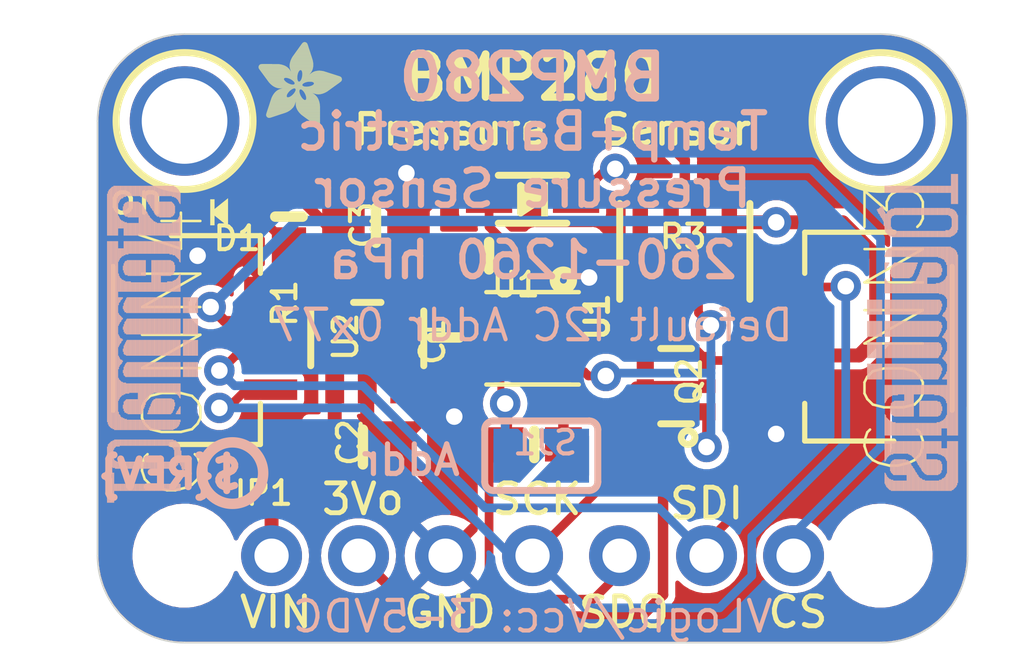
<source format=kicad_pcb>
(kicad_pcb (version 20221018) (generator pcbnew)
  (layers (0 "F.Cu" signal) (31 "B.Cu" signal) (34 "B.Paste" user) (35 "F.Paste" user) (36 "B.SilkS" user "B.Silkscreen") (37 "F.SilkS" user "F.Silkscreen") (38 "B.Mask" user) (39 "F.Mask" user) (44 "Edge.Cuts" user))
  (net 0 "")
  (net 1 "GND")
  (net 2 "3.3V")
  (net 3 "VCC")
  (net 4 "N$1")
  (net 5 "SDI_3V")
  (net 6 "SCK_3V")
  (net 7 "CS_3V")
  (net 8 "SDO/ADR")
  (net 9 "SDI/SDA")
  (net 10 "SCK/SCL")
  (net 11 "CS")
  (footprint "working:0805-NO" (layer "F.Cu") (at 143.9291 101.7016)
    (fp_text reference "C3" (at -0.381 -0.762 90) (layer "F.SilkS") (effects (font (size 0.692831 0.692831) (thickness 0.119969)) (justify right)))
    (fp_text value "10uF")
    (pad "1" smd rect (at -0.95 0) (size 1.24 1.5) (layers "F.Cu" "F.Paste" "F.Mask") (net 2 "3.3V"))
    (pad "2" smd rect (at 0.95 0) (size 1.24 1.5) (layers "F.Cu" "F.Paste" "F.Mask") (net 1 "GND"))
  )
  (footprint "working:0603-NO" (layer "F.Cu") (at 148.5519 108.1024)
    (fp_text reference "R4" hide)
    (fp_text value "10K")
    (pad "1" smd rect (at -0.85 0) (size 1.075 1) (layers "F.Cu" "F.Paste" "F.Mask") (net 8 "SDO/ADR"))
    (pad "2" smd rect (at 0.85 0) (size 1.075 1) (layers "F.Cu" "F.Paste" "F.Mask") (net 2 "3.3V"))
  )
  (footprint "working:0603-NO" (layer "F.Cu") (at 145.9611 104.9782 -90)
    (fp_text reference "C1" (at -0.635 0.381 90) (layer "F.SilkS") (effects (font (size 0.692831 0.692831) (thickness 0.119969)) (justify right)))
    (fp_text value "0.1uF")
    (pad "1" smd rect (at -0.85 0 270) (size 1.075 1) (layers "F.Cu" "F.Paste" "F.Mask") (net 2 "3.3V"))
    (pad "2" smd rect (at 0.85 0 270) (size 1.075 1) (layers "F.Cu" "F.Paste" "F.Mask") (net 1 "GND"))
  )
  (footprint "working:ADAFRUIT_2.5MM" (layer "F.Cu") (at 140.5001 98.7806)
    (fp_text reference "U$4" hide)
    (fp_text value "" hide)
  )
  (footprint "working:0805-NO" (layer "F.Cu") (at 143.5481 108.1786)
    (fp_text reference "C2" (at -0.381 -0.889 90) (layer "F.SilkS") (effects (font (size 0.692831 0.692831) (thickness 0.119969)) (justify right)))
    (fp_text value "10uF")
    (pad "1" smd rect (at -0.95 0) (size 1.24 1.5) (layers "F.Cu" "F.Paste" "F.Mask") (net 3 "VCC"))
    (pad "2" smd rect (at 0.95 0) (size 1.24 1.5) (layers "F.Cu" "F.Paste" "F.Mask") (net 1 "GND"))
  )
  (footprint "working:BMX280_COMBO" (layer "F.Cu") (at 148.5011 105.0036)
    (fp_text reference "U1" (at -1.26 -1.568) (layer "F.SilkS") (effects (font (size 0.692831 0.692831) (thickness 0.119969)) (justify left)))
    (fp_text value "")
    (fp_text user "${REFERENCE}" (at 1.498 -1.39 90) (layer "F.SilkS") (effects (font (size 0.666496 0.666496) (thickness 0.146304)) (justify right top)))
    (pad "1" smd rect (at 0.925 -0.975) (size 0.725 0.35) (layers "F.Cu" "F.Paste" "F.Mask") (net 1 "GND"))
    (pad "2" smd rect (at 0.925 -0.325) (size 0.725 0.35) (layers "F.Cu" "F.Paste" "F.Mask") (net 7 "CS_3V"))
    (pad "3" smd rect (at 0.925 0.325) (size 0.725 0.35) (layers "F.Cu" "F.Paste" "F.Mask") (net 5 "SDI_3V"))
    (pad "4" smd rect (at 0.925 0.975) (size 0.725 0.35) (layers "F.Cu" "F.Paste" "F.Mask") (net 6 "SCK_3V"))
    (pad "5" smd rect (at -0.925 0.975) (size 0.725 0.35) (layers "F.Cu" "F.Paste" "F.Mask") (net 8 "SDO/ADR"))
    (pad "6" smd rect (at -0.925 0.325) (size 0.725 0.35) (layers "F.Cu" "F.Paste" "F.Mask") (net 2 "3.3V"))
    (pad "7" smd rect (at -0.925 -0.325) (size 0.725 0.35) (layers "F.Cu" "F.Paste" "F.Mask") (net 1 "GND"))
    (pad "8" smd rect (at -0.925 -0.975) (size 0.725 0.35) (layers "F.Cu" "F.Paste" "F.Mask") (net 2 "3.3V"))
  )
  (footprint "working:MOUNTINGHOLE_2.5_PLATED" (layer "F.Cu") (at 138.3411 98.6536)
    (fp_text reference "U$1" hide)
    (fp_text value "MOUNTINGHOLE2.5" hide)
    (pad "P$1" thru_hole circle (at 0 0) (size 3.2 3.2) (drill 2.5) (layers "*.Cu" "*.Mask"))
    (zone (net 0) (net_name "") (layer "F.Cu") (connect_pads (clearance 0)) (min_thickness 0.25)
      (keepout (tracks not_allowed) (vias not_allowed) (pads not_allowed) (copperpour not_allowed) (footprints allowed))
      (fill (thermal_gap 0.5) (thermal_bridge_width 0.5))
      (polygon (pts (xy 140.3571 98.6536) (xy 140.33748 98.373027) (xy 140.279004 98.097915) (xy 140.182808 97.833619) (xy 140.050765 97.585283) (xy 139.885446 97.35774) (xy 139.690067 97.15542) (xy 139.468433 96.98226) (xy 139.224856 96.841631) (xy 138.964078 96.73627) (xy 138.691175 96.668228) (xy 138.411457 96.638828) (xy 138.130371 96.648644) (xy 137.853385 96.697484) (xy 137.585893 96.784397) (xy 137.3331 96.907693) (xy 137.099926 97.06497) (xy 136.890911 97.253169) (xy 136.710122 97.468625) (xy 136.561078 97.707145) (xy 136.44668 97.964087) (xy 136.369154 98.23445) (xy 136.330011 98.512971) (xy 136.330011 98.794229) (xy 136.369154 99.07275) (xy 136.44668 99.343113) (xy 136.561078 99.600055) (xy 136.710122 99.838575) (xy 136.890911 100.054031) (xy 137.099926 100.24223) (xy 137.3331 100.399507) (xy 137.585893 100.522803) (xy 137.853385 100.609716) (xy 138.130371 100.658556) (xy 138.411457 100.668372) (xy 138.691175 100.638972) (xy 138.964078 100.57093) (xy 139.224856 100.465569) (xy 139.468433 100.32494) (xy 139.690067 100.15178) (xy 139.885446 99.94946) (xy 140.050765 99.721917) (xy 140.182808 99.473581) (xy 140.279004 99.209285) (xy 140.33748 98.934173)))
      (polygon (pts (xy 138.3251 98.6536) (xy 138.329786 98.664914) (xy 138.3411 98.6696) (xy 138.352414 98.664914) (xy 138.3571 98.6536) (xy 138.352414 98.642286) (xy 138.3411 98.6376) (xy 138.329786 98.642286)))
    )
    (zone (net 0) (net_name "") (layer "B.Cu") (connect_pads (clearance 0)) (min_thickness 0.25)
      (keepout (tracks not_allowed) (vias not_allowed) (pads not_allowed) (copperpour not_allowed) (footprints allowed))
      (fill (thermal_gap 0.5) (thermal_bridge_width 0.5))
      (polygon (pts (xy 140.3571 98.6536) (xy 140.33748 98.373027) (xy 140.279004 98.097915) (xy 140.182808 97.833619) (xy 140.050765 97.585283) (xy 139.885446 97.35774) (xy 139.690067 97.15542) (xy 139.468433 96.98226) (xy 139.224856 96.841631) (xy 138.964078 96.73627) (xy 138.691175 96.668228) (xy 138.411457 96.638828) (xy 138.130371 96.648644) (xy 137.853385 96.697484) (xy 137.585893 96.784397) (xy 137.3331 96.907693) (xy 137.099926 97.06497) (xy 136.890911 97.253169) (xy 136.710122 97.468625) (xy 136.561078 97.707145) (xy 136.44668 97.964087) (xy 136.369154 98.23445) (xy 136.330011 98.512971) (xy 136.330011 98.794229) (xy 136.369154 99.07275) (xy 136.44668 99.343113) (xy 136.561078 99.600055) (xy 136.710122 99.838575) (xy 136.890911 100.054031) (xy 137.099926 100.24223) (xy 137.3331 100.399507) (xy 137.585893 100.522803) (xy 137.853385 100.609716) (xy 138.130371 100.658556) (xy 138.411457 100.668372) (xy 138.691175 100.638972) (xy 138.964078 100.57093) (xy 139.224856 100.465569) (xy 139.468433 100.32494) (xy 139.690067 100.15178) (xy 139.885446 99.94946) (xy 140.050765 99.721917) (xy 140.182808 99.473581) (xy 140.279004 99.209285) (xy 140.33748 98.934173)))
      (polygon (pts (xy 138.3251 98.6536) (xy 138.329786 98.664914) (xy 138.3411 98.6696) (xy 138.352414 98.664914) (xy 138.3571 98.6536) (xy 138.352414 98.642286) (xy 138.3411 98.6376) (xy 138.329786 98.642286)))
    )
  )
  (footprint "working:FIDUCIAL_1MM" (layer "F.Cu") (at 136.8171 109.5121)
    (fp_text reference "FID3" hide)
    (fp_text value "FIDUCIAL_1MM" hide)
    (pad "1" smd roundrect (at 0 0) (size 1 1) (layers "F.Cu" "F.Mask") (roundrect_rratio 0.5))
  )
  (footprint "working:SOD-323" (layer "F.Cu") (at 148.5011 100.9396 180)
    (fp_text reference "D2" hide)
    (fp_text value "1N4148")
    (pad "A" smd rect (at 1.27 0 180) (size 1.35 0.8) (layers "F.Cu" "F.Paste" "F.Mask") (net 7 "CS_3V"))
    (pad "C" smd rect (at -1.27 0 180) (size 1.35 0.8) (layers "F.Cu" "F.Paste" "F.Mask") (net 11 "CS"))
  )
  (footprint "working:CHIPLED_0603_NOOUTLINE" (layer "F.Cu") (at 139.3571 101.3206 90)
    (fp_text reference "D1" (at -0.762 1.27) (layer "F.SilkS") (effects (font (size 0.692831 0.692831) (thickness 0.119969)) (justify right)))
    (fp_text value "GREEN")
    (pad "A" smd rect (at 0 0.75 90) (size 0.8 0.8) (layers "F.Cu" "F.Paste" "F.Mask") (net 4 "N$1"))
    (pad "C" smd rect (at 0 -0.75 90) (size 0.8 0.8) (layers "F.Cu" "F.Paste" "F.Mask") (net 1 "GND"))
  )
  (footprint "working:JST_SH4" (layer "F.Cu") (at 158.6611 105.0036 90)
    (fp_text reference "CONN3" (at -4.092 0.45 90) (layer "F.SilkS") (effects (font (size 1.703222 1.703222) (thickness 0.074778)) (justify left)))
    (fp_text value "STEMMA_I2C_QT" hide)
    (pad "1" smd rect (at -1.5 -2.514 180) (size 1.55 0.6) (layers "F.Cu" "F.Paste" "F.Mask") (net 1 "GND"))
    (pad "2" smd rect (at -0.5 -2.514 180) (size 1.55 0.6) (layers "F.Cu" "F.Paste" "F.Mask") (net 3 "VCC"))
    (pad "3" smd rect (at 0.5 -2.514 180) (size 1.55 0.6) (layers "F.Cu" "F.Paste" "F.Mask") (net 9 "SDI/SDA"))
    (pad "4" smd rect (at 1.5 -2.514 180) (size 1.55 0.6) (layers "F.Cu" "F.Paste" "F.Mask") (net 10 "SCK/SCL"))
    (pad "MT1" smd rect (at -2.8 1.386 180) (size 1.8 1.2) (layers "F.Cu" "F.Paste" "F.Mask"))
    (pad "MT2" smd rect (at 2.8 1.386 180) (size 1.8 1.2) (layers "F.Cu" "F.Paste" "F.Mask"))
  )
  (footprint "working:FIDUCIAL_1MM" (layer "F.Cu") (at 155.4861 97.5995)
    (fp_text reference "FID4" hide)
    (fp_text value "FIDUCIAL_1MM" hide)
    (pad "1" smd roundrect (at 0 0) (size 1 1) (layers "F.Cu" "F.Mask") (roundrect_rratio 0.5))
  )
  (footprint "" (layer "F.Cu") (at 158.6611 111.3536)
    (fp_text reference "@HOLE1" hide)
    (fp_text value "" (at 0 0) (layer "F.SilkS") (effects (font (size 1.27 1.27))))
    (pad "" np_thru_hole circle (at 0 0) (size 2.54 2.54) (drill 2.54) (layers "*.Cu" "*.Mask"))
  )
  (footprint "working:JST_SH4" (layer "F.Cu") (at 138.3411 105.0036 -90)
    (fp_text reference "CONN4" (at -3.965 0.323 90) (layer "F.SilkS") (effects (font (size 1.703222 1.703222) (thickness 0.074778)) (justify right)))
    (fp_text value "STEMMA_I2C_QT" hide)
    (pad "1" smd rect (at -1.5 -2.514) (size 1.55 0.6) (layers "F.Cu" "F.Paste" "F.Mask") (net 1 "GND"))
    (pad "2" smd rect (at -0.5 -2.514) (size 1.55 0.6) (layers "F.Cu" "F.Paste" "F.Mask") (net 3 "VCC"))
    (pad "3" smd rect (at 0.5 -2.514) (size 1.55 0.6) (layers "F.Cu" "F.Paste" "F.Mask") (net 9 "SDI/SDA"))
    (pad "4" smd rect (at 1.5 -2.514) (size 1.55 0.6) (layers "F.Cu" "F.Paste" "F.Mask") (net 10 "SCK/SCL"))
    (pad "MT1" smd rect (at -2.8 1.386) (size 1.8 1.2) (layers "F.Cu" "F.Paste" "F.Mask"))
    (pad "MT2" smd rect (at 2.8 1.386) (size 1.8 1.2) (layers "F.Cu" "F.Paste" "F.Mask"))
  )
  (footprint "working:1X07_ROUND_70" (layer "F.Cu") (at 148.5011 111.3536)
    (fp_text reference "JP1" (at -8.9662 -1.8288) (layer "F.SilkS") (effects (font (size 0.692831 0.692831) (thickness 0.119969)) (justify left)))
    (fp_text value "")
    (pad "1" thru_hole circle (at -7.62 0 90) (size 1.778 1.778) (drill 1) (layers "*.Cu" "*.Mask") (net 3 "VCC"))
    (pad "2" thru_hole circle (at -5.08 0 90) (size 1.778 1.778) (drill 1) (layers "*.Cu" "*.Mask") (net 2 "3.3V"))
    (pad "3" thru_hole circle (at -2.54 0 90) (size 1.778 1.778) (drill 1) (layers "*.Cu" "*.Mask") (net 1 "GND"))
    (pad "4" thru_hole circle (at 0 0 90) (size 1.778 1.778) (drill 1) (layers "*.Cu" "*.Mask") (net 10 "SCK/SCL"))
    (pad "5" thru_hole circle (at 2.54 0 90) (size 1.778 1.778) (drill 1) (layers "*.Cu" "*.Mask") (net 8 "SDO/ADR"))
    (pad "6" thru_hole circle (at 5.08 0 90) (size 1.778 1.778) (drill 1) (layers "*.Cu" "*.Mask") (net 9 "SDI/SDA"))
    (pad "7" thru_hole circle (at 7.62 0 90) (size 1.778 1.778) (drill 1) (layers "*.Cu" "*.Mask") (net 11 "CS"))
  )
  (footprint "working:0603-NO" (layer "F.Cu") (at 147.2311 102.5906 180)
    (fp_text reference "R5" hide)
    (fp_text value "10K")
    (pad "1" smd rect (at -0.85 0 180) (size 1.075 1) (layers "F.Cu" "F.Paste" "F.Mask") (net 7 "CS_3V"))
    (pad "2" smd rect (at 0.85 0 180) (size 1.075 1) (layers "F.Cu" "F.Paste" "F.Mask") (net 2 "3.3V"))
  )
  (footprint "" (layer "F.Cu") (at 138.3411 111.3536)
    (fp_text reference "@HOLE0" hide)
    (fp_text value "" (at 0 0) (layer "F.SilkS") (effects (font (size 1.27 1.27))))
    (pad "" np_thru_hole circle (at 0 0) (size 2.54 2.54) (drill 2.54) (layers "*.Cu" "*.Mask"))
  )
  (footprint "working:SOT363" (layer "F.Cu") (at 152.6921 106.4006 90)
    (fp_text reference "Q2" (at -0.635 0.381 90) (layer "F.SilkS") (effects (font (size 0.692831 0.692831) (thickness 0.119969)) (justify left)))
    (fp_text value "BSS138")
    (pad "1" smd rect (at -0.75 0.9 90) (size 0.5 0.5) (layers "F.Cu" "F.Paste" "F.Mask") (net 6 "SCK_3V"))
    (pad "2" smd rect (at 0 0.9 90) (size 0.4 0.5) (layers "F.Cu" "F.Paste" "F.Mask") (net 2 "3.3V"))
    (pad "3" smd rect (at 0.75 0.9 90) (size 0.5 0.5) (layers "F.Cu" "F.Paste" "F.Mask") (net 9 "SDI/SDA"))
    (pad "4" smd rect (at 0.75 -0.9 90) (size 0.5 0.5) (layers "F.Cu" "F.Paste" "F.Mask") (net 5 "SDI_3V"))
    (pad "5" smd rect (at 0 -0.9 90) (size 0.4 0.5) (layers "F.Cu" "F.Paste" "F.Mask") (net 2 "3.3V"))
    (pad "6" smd rect (at -0.75 -0.9 90) (size 0.5 0.5) (layers "F.Cu" "F.Paste" "F.Mask") (net 10 "SCK/SCL"))
  )
  (footprint "working:RESPACK_4X0603" (layer "F.Cu") (at 152.9461 102.4636 180)
    (fp_text reference "R3" (at -0.711 0.432) (layer "F.SilkS") (effects (font (size 0.692831 0.692831) (thickness 0.119969)) (justify right)))
    (fp_text value "10K")
    (pad "1" smd rect (at -1.3 0.85 180) (size 0.45 0.9) (layers "F.Cu" "F.Paste" "F.Mask") (net 3 "VCC"))
    (pad "2" smd rect (at -0.4 0.85 180) (size 0.45 0.9) (layers "F.Cu" "F.Paste" "F.Mask") (net 2 "3.3V"))
    (pad "3" smd rect (at 0.4 0.85 180) (size 0.45 0.9) (layers "F.Cu" "F.Paste" "F.Mask") (net 3 "VCC"))
    (pad "4" smd rect (at 1.3 0.85 180) (size 0.45 0.9) (layers "F.Cu" "F.Paste" "F.Mask") (net 2 "3.3V"))
    (pad "5" smd rect (at 1.3 -0.85 180) (size 0.45 0.9) (layers "F.Cu" "F.Paste" "F.Mask") (net 5 "SDI_3V"))
    (pad "6" smd rect (at 0.4 -0.85 180) (size 0.45 0.9) (layers "F.Cu" "F.Paste" "F.Mask") (net 9 "SDI/SDA"))
    (pad "7" smd rect (at -0.4 -0.85 180) (size 0.45 0.9) (layers "F.Cu" "F.Paste" "F.Mask") (net 6 "SCK_3V"))
    (pad "8" smd rect (at -1.3 -0.85 180) (size 0.45 0.9) (layers "F.Cu" "F.Paste" "F.Mask") (net 10 "SCK/SCL"))
  )
  (footprint "working:0603-NO" (layer "F.Cu") (at 141.3891 101.4476 -90)
    (fp_text reference "R1" (at 1.778 0.127 90) (layer "F.SilkS") (effects (font (size 0.692831 0.692831) (thickness 0.119969)) (justify right)))
    (fp_text value "10K")
    (pad "1" smd rect (at -0.85 0 270) (size 1.075 1) (layers "F.Cu" "F.Paste" "F.Mask") (net 2 "3.3V"))
    (pad "2" smd rect (at 0.85 0 270) (size 1.075 1) (layers "F.Cu" "F.Paste" "F.Mask") (net 4 "N$1"))
  )
  (footprint "working:SOT23-5" (layer "F.Cu") (at 143.6751 105.0036)
    (fp_text reference "U2" (at -0.635 -0.816 90) (layer "F.SilkS") (effects (font (size 0.692831 0.692831) (thickness 0.119969)) (justify right)))
    (fp_text value "AP2112K-3.3")
    (pad "1" smd rect (at -0.95 1.3001) (size 0.55 1.2) (layers "F.Cu" "F.Paste" "F.Mask") (net 3 "VCC"))
    (pad "2" smd rect (at 0 1.3001) (size 0.55 1.2) (layers "F.Cu" "F.Paste" "F.Mask") (net 1 "GND"))
    (pad "3" smd rect (at 0.95 1.3001) (size 0.55 1.2) (layers "F.Cu" "F.Paste" "F.Mask") (net 3 "VCC"))
    (pad "4" smd rect (at 0.95 -1.3001) (size 0.55 1.2) (layers "F.Cu" "F.Paste" "F.Mask"))
    (pad "5" smd rect (at -0.95 -1.3001) (size 0.55 1.2) (layers "F.Cu" "F.Paste" "F.Mask") (net 2 "3.3V"))
  )
  (footprint "working:MOUNTINGHOLE_2.5_PLATED" (layer "F.Cu") (at 158.6611 98.6536)
    (fp_text reference "U$17" hide)
    (fp_text value "MOUNTINGHOLE2.5" hide)
    (pad "P$1" thru_hole circle (at 0 0) (size 3.2 3.2) (drill 2.5) (layers "*.Cu" "*.Mask"))
    (zone (net 0) (net_name "") (layer "F.Cu") (connect_pads (clearance 0)) (min_thickness 0.25)
      (keepout (tracks not_allowed) (vias not_allowed) (pads not_allowed) (copperpour not_allowed) (footprints allowed))
      (fill (thermal_gap 0.5) (thermal_bridge_width 0.5))
      (polygon (pts (xy 160.6771 98.6536) (xy 160.65748 98.373027) (xy 160.599004 98.097915) (xy 160.502808 97.833619) (xy 160.370765 97.585283) (xy 160.205446 97.35774) (xy 160.010067 97.15542) (xy 159.788433 96.98226) (xy 159.544856 96.841631) (xy 159.284078 96.73627) (xy 159.011175 96.668228) (xy 158.731457 96.638828) (xy 158.450371 96.648644) (xy 158.173385 96.697484) (xy 157.905893 96.784397) (xy 157.6531 96.907693) (xy 157.419926 97.06497) (xy 157.210911 97.253169) (xy 157.030122 97.468625) (xy 156.881078 97.707145) (xy 156.76668 97.964087) (xy 156.689154 98.23445) (xy 156.650011 98.512971) (xy 156.650011 98.794229) (xy 156.689154 99.07275) (xy 156.76668 99.343113) (xy 156.881078 99.600055) (xy 157.030122 99.838575) (xy 157.210911 100.054031) (xy 157.419926 100.24223) (xy 157.6531 100.399507) (xy 157.905893 100.522803) (xy 158.173385 100.609716) (xy 158.450371 100.658556) (xy 158.731457 100.668372) (xy 159.011175 100.638972) (xy 159.284078 100.57093) (xy 159.544856 100.465569) (xy 159.788433 100.32494) (xy 160.010067 100.15178) (xy 160.205446 99.94946) (xy 160.370765 99.721917) (xy 160.502808 99.473581) (xy 160.599004 99.209285) (xy 160.65748 98.934173)))
      (polygon (pts (xy 158.6451 98.6536) (xy 158.649786 98.664914) (xy 158.6611 98.6696) (xy 158.672414 98.664914) (xy 158.6771 98.6536) (xy 158.672414 98.642286) (xy 158.6611 98.6376) (xy 158.649786 98.642286)))
    )
    (zone (net 0) (net_name "") (layer "B.Cu") (connect_pads (clearance 0)) (min_thickness 0.25)
      (keepout (tracks not_allowed) (vias not_allowed) (pads not_allowed) (copperpour not_allowed) (footprints allowed))
      (fill (thermal_gap 0.5) (thermal_bridge_width 0.5))
      (polygon (pts (xy 160.6771 98.6536) (xy 160.65748 98.373027) (xy 160.599004 98.097915) (xy 160.502808 97.833619) (xy 160.370765 97.585283) (xy 160.205446 97.35774) (xy 160.010067 97.15542) (xy 159.788433 96.98226) (xy 159.544856 96.841631) (xy 159.284078 96.73627) (xy 159.011175 96.668228) (xy 158.731457 96.638828) (xy 158.450371 96.648644) (xy 158.173385 96.697484) (xy 157.905893 96.784397) (xy 157.6531 96.907693) (xy 157.419926 97.06497) (xy 157.210911 97.253169) (xy 157.030122 97.468625) (xy 156.881078 97.707145) (xy 156.76668 97.964087) (xy 156.689154 98.23445) (xy 156.650011 98.512971) (xy 156.650011 98.794229) (xy 156.689154 99.07275) (xy 156.76668 99.343113) (xy 156.881078 99.600055) (xy 157.030122 99.838575) (xy 157.210911 100.054031) (xy 157.419926 100.24223) (xy 157.6531 100.399507) (xy 157.905893 100.522803) (xy 158.173385 100.609716) (xy 158.450371 100.658556) (xy 158.731457 100.668372) (xy 159.011175 100.638972) (xy 159.284078 100.57093) (xy 159.544856 100.465569) (xy 159.788433 100.32494) (xy 160.010067 100.15178) (xy 160.205446 99.94946) (xy 160.370765 99.721917) (xy 160.502808 99.473581) (xy 160.599004 99.209285) (xy 160.65748 98.934173)))
      (polygon (pts (xy 158.6451 98.6536) (xy 158.649786 98.664914) (xy 158.6611 98.6696) (xy 158.672414 98.664914) (xy 158.6771 98.6536) (xy 158.672414 98.642286) (xy 158.6611 98.6376) (xy 158.649786 98.642286)))
    )
  )
  (footprint "working:PCBFEAT-REV-040" (layer "B.Cu") (at 139.7381 108.9406 180)
    (fp_text reference "U$25" hide)
    (fp_text value "" hide)
    (fp_text user "${REV}" (at -0.3556 -0.508) (layer "B.SilkS") (effects (font (size 0.8128 0.8128) (thickness 0.2032)) (justify left bottom mirror)))
  )
  (footprint "working:SOLDERJUMPER_ARROW_NOPASTE" (layer "B.Cu") (at 148.7551 108.4326)
    (fp_text reference "SJ1" (at -0.889 -0.381) (layer "B.SilkS") (effects (font (size 0.692831 0.692831) (thickness 0.119969)) (justify right mirror)))
    (fp_text value "")
    (fp_poly (pts (xy 0.106121 -0.002663) (xy -0.679416 -0.7882) (xy -1.3946 -0.7882) (xy -1.3946 0.7882) (xy -0.62715 0.7882)) (fill solid) (layer "B.Cu"))
    (fp_poly (pts (xy 1.3946 -0.7882) (xy -0.315893 -0.7882) (xy 0.443148 0) (xy -0.315893 0.7882) (xy 1.3946 0.7882)) (fill solid) (layer "B.Cu"))
    (pad "1" smd roundrect (at -1.016 0) (size 0.762 1.524) (layers "B.Cu") (net 8 "SDO/ADR"))
    (pad "2" smd roundrect (at 1.016 0) (size 0.762 1.524) (layers "B.Cu") (net 1 "GND"))
  )
  (footprint "working:STEMMAQT" (layer "B.Cu") (at 158.2801 109.4486 90)
    (fp_text reference "U$30" hide)
    (fp_text value "" hide)
  )
  (footprint "working:STEMMAQT" (layer "B.Cu") (at 138.7221 100.5586 -90)
    (fp_text reference "U$31" hide)
    (fp_text value "" hide)
  )
  (gr_arc (start 158.6611 96.1136) (mid 160.457151 96.857549) (end 161.2011 98.6536) (stroke (width 0.05)) (layer "Edge.Cuts"))
  (gr_line (start 135.8011 98.6536) (end 135.8011 111.3536) (stroke (width 0.05)) (layer "Edge.Cuts"))
  (gr_arc (start 138.3411 113.8936) (mid 136.545049 113.149651) (end 135.8011 111.3536) (stroke (width 0.05)) (layer "Edge.Cuts"))
  (gr_line (start 158.6611 96.1136) (end 138.3411 96.1136) (stroke (width 0.05)) (layer "Edge.Cuts"))
  (gr_line (start 138.3411 113.8936) (end 158.6611 113.8936) (stroke (width 0.05)) (layer "Edge.Cuts"))
  (gr_arc (start 135.8011 98.6536) (mid 136.545049 96.857549) (end 138.3411 96.1136) (stroke (width 0.05)) (layer "Edge.Cuts"))
  (gr_arc (start 161.2011 111.3536) (mid 160.457151 113.149651) (end 158.6611 113.8936) (stroke (width 0.05)) (layer "Edge.Cuts"))
  (gr_line (start 161.2011 111.3536) (end 161.2011 98.6536) (stroke (width 0.05)) (layer "Edge.Cuts"))
  (gr_text "Addr" (at 144.9451 108.5596) (layer "B.SilkS") (effects (font (size 0.8636 0.8636) (thickness 0.1524)) (justify mirror)))
  (gr_text "BMP280" (at 148.5011 97.3836) (layer "B.SilkS") (effects (font (size 1.2954 1.2954) (thickness 0.2286)) (justify mirror)))
  (gr_text "260-1260 hPa" (at 148.5011 102.7176) (layer "B.SilkS") (effects (font (size 1.03632 1.03632) (thickness 0.18288)) (justify mirror)))
  (gr_text "Temp+Barometric\nPressure Sensor" (at 148.5011 99.7966) (layer "B.SilkS") (effects (font (size 1.03632 1.03632) (thickness 0.18288)) (justify mirror)))
  (gr_text "Default I2C Addr 0x77" (at 148.5011 104.6226) (layer "B.SilkS") (effects (font (size 0.89408 0.89408) (thickness 0.12192)) (justify mirror)))
  (gr_text "VLogic/Vcc: 3-5VDC" (at 148.5011 113.1316) (layer "B.SilkS") (effects (font (size 0.89408 0.89408) (thickness 0.12192)) (justify mirror)))
  (gr_text "BMP280" (at 148.5011 97.3836) (layer "F.SilkS") (effects (font (size 1.25222 1.25222) (thickness 0.22098))))
  (gr_text "on" (at 136.0551 101.4476) (layer "F.SilkS") (effects (font (size 0.89408 0.89408) (thickness 0.12192)) (justify left bottom)))
  (gr_text "SCK" (at 148.6281 109.7026) (layer "F.SilkS") (effects (font (size 0.87376 0.87376) (thickness 0.14224))))
  (gr_text "3Vo" (at 143.5481 109.7026) (layer "F.SilkS") (effects (font (size 0.87376 0.87376) (thickness 0.14224))))
  (gr_text "Sensor" (at 152.6921 98.9076) (layer "F.SilkS") (effects (font (size 0.8636 0.8636) (thickness 0.1524))))
  (gr_text "CS" (at 156.2481 113.0046) (layer "F.SilkS") (effects (font (size 0.87376 0.87376) (thickness 0.14224))))
  (gr_text "GND" (at 146.0881 113.0046) (layer "F.SilkS") (effects (font (size 0.87376 0.87376) (thickness 0.14224))))
  (gr_text "Pressure" (at 146.0881 98.9076) (layer "F.SilkS") (effects (font (size 0.8636 0.8636) (thickness 0.1524))))
  (gr_text "SDI" (at 153.5811 109.8296) (layer "F.SilkS") (effects (font (size 0.87376 0.87376) (thickness 0.14224))))
  (gr_text "SDO" (at 151.1681 113.0046) (layer "F.SilkS") (effects (font (size 0.87376 0.87376) (thickness 0.14224))))
  (gr_text "VIN" (at 141.0081 113.0046) (layer "F.SilkS") (effects (font (size 0.87376 0.87376) (thickness 0.14224))))
  (segment (start 143.6751 107.3556) (end 144.4981 108.1786) (width 0.4064) (layer "F.Cu") (net 1))
  (segment (start 143.6751 106.3037) (end 143.6751 107.3556) (width 0.4064) (layer "F.Cu") (net 1))
  (via (at 150.1521 103.2256) (size 0.889) (drill 0.4826) (layers "F.Cu" "B.Cu") (net 1))
  (via (at 146.2151 107.2896) (size 0.889) (drill 0.4826) (layers "F.Cu" "B.Cu") (net 1))
  (via (at 138.7221 102.5906) (size 0.889) (drill 0.4826) (layers "F.Cu" "B.Cu") (net 1))
  (via (at 155.6131 107.7976) (size 0.889) (drill 0.4826) (layers "F.Cu" "B.Cu") (net 1))
  (via (at 144.8181 100.1776) (size 0.889) (drill 0.4826) (layers "F.Cu" "B.Cu") (net 1))
  (segment (start 153.3461 101.0856) (end 152.9461 100.6856) (width 0.3048) (layer "F.Cu") (net 2))
  (segment (start 151.7747 106.418) (end 151.521806 106.418) (width 0.3048) (layer "F.Cu") (net 2))
  (segment (start 151.6461 100.9696) (end 151.6461 101.6136) (width 0.3048) (layer "F.Cu") (net 2))
  (segment (start 145.1991 113.1316) (end 151.6761 113.1316) (width 0.3048) (layer "F.Cu") (net 2))
  (segment (start 147.0481 105.3286) (end 147.5761 105.3286) (width 0.3048) (layer "F.Cu") (net 2))
  (segment (start 146.7231 105.0036) (end 147.0481 105.3286) (width 0.3048) (layer "F.Cu") (net 2))
  (segment (start 146.7231 105.0036) (end 146.7231 104.3686) (width 0.3048) (layer "F.Cu") (net 2))
  (segment (start 151.6761 113.1316) (end 152.3111 112.4966) (width 0.3048) (layer "F.Cu") (net 2))
  (segment (start 149.4527 107.1626) (end 150.777206 107.1626) (width 0.3048) (layer "F.Cu") (net 2))
  (segment (start 141.3891 99.9236) (end 142.9131 98.3996) (width 0.3048) (layer "F.Cu") (net 2))
  (segment (start 151.9301 100.6856) (end 151.6461 100.9696) (width 0.3048) (layer "F.Cu") (net 2))
  (segment (start 146.4827 104.1282) (end 145.9611 104.1282) (width 0.3048) (layer "F.Cu") (net 2))
  (segment (start 141.3891 100.5976) (end 141.3891 99.9236) (width 0.3048) (layer "F.Cu") (net 2))
  (segment (start 143.6807 104.6591) (end 145.1762 104.6591) (width 0.3048) (layer "F.Cu") (net 2))
  (segment (start 153.3461 101.6136) (end 153.3461 101.0856) (width 0.3048) (layer "F.Cu") (net 2))
  (segment (start 152.9461 100.6856) (end 151.9301 100.6856) (width 0.3048) (layer "F.Cu") (net 2))
  (segment (start 149.4019 107.2134) (end 148.5011 106.3126) (width 0.3048) (layer "F.Cu") (net 2))
  (segment (start 142.7251 101.9556) (end 142.9791 101.7016) (width 0.4064) (layer "F.Cu") (net 2))
  (segment (start 148.1911 105.3286) (end 147.5761 105.3286) (width 0.3048) (layer "F.Cu") (net 2))
  (segment (start 149.4019 108.1024) (end 149.4019 107.2134) (width 0.3048) (layer "F.Cu") (net 2))
  (segment (start 152.3111 109.0676) (end 152.5651 108.8136) (width 0.3048) (layer "F.Cu") (net 2))
  (segment (start 151.7921 106.4006) (end 151.7747 106.418) (width 0.3048) (layer "F.Cu") (net 2))
  (segment (start 142.4931 101.7016) (end 142.9791 101.7016) (width 0.3048) (layer "F.Cu") (net 2))
  (segment (start 152.5651 108.8136) (end 152.5651 106.4006) (width 0.3048) (layer "F.Cu") (net 2))
  (segment (start 148.5011 105.6386) (end 148.1911 105.3286) (width 0.3048) (layer "F.Cu") (net 2))
  (segment (start 141.3891 100.5976) (end 142.4931 101.7016) (width 0.3048) (layer "F.Cu") (net 2))
  (segment (start 147.5761 104.0286) (end 146.0607 104.0286) (width 0.3048) (layer "F.Cu") (net 2))
  (segment (start 151.7921 106.4006) (end 152.5651 106.4006) (width 0.3048) (layer "F.Cu") (net 2))
  (segment (start 152.3111 112.4966) (end 152.3111 109.0676) (width 0.3048) (layer "F.Cu") (net 2))
  (segment (start 143.4211 111.3536) (end 145.1991 113.1316) (width 0.3048) (layer "F.Cu") (net 2))
  (segment (start 146.0607 104.0286) (end 145.9611 104.1282) (width 0.3048) (layer "F.Cu") (net 2))
  (segment (start 149.4019 107.2134) (end 149.4527 107.1626) (width 0.3048) (layer "F.Cu") (net 2))
  (segment (start 148.5011 105.6386) (end 148.5011 106.3126) (width 0.3048) (layer "F.Cu") (net 2))
  (segment (start 142.9131 98.3996) (end 151.5491 98.3996) (width 0.3048) (layer "F.Cu") (net 2))
  (segment (start 145.7071 104.1282) (end 145.9611 104.1282) (width 0.3048) (layer "F.Cu") (net 2))
  (segment (start 152.5651 106.4006) (end 153.5921 106.4006) (width 0.3048) (layer "F.Cu") (net 2))
  (segment (start 145.9611 104.1282) (end 145.9611 103.3526) (width 0.4064) (layer "F.Cu") (net 2))
  (segment (start 142.7251 103.7035) (end 142.7251 101.9556) (width 0.4064) (layer "F.Cu") (net 2))
  (segment (start 146.3811 102.9326) (end 146.3811 102.5906) (width 0.4064) (layer "F.Cu") (net 2))
  (segment (start 145.7071 104.1282) (end 145.1762 104.6591) (width 0.3048) (layer "F.Cu") (net 2))
  (segment (start 151.5491 98.3996) (end 152.9461 99.7966) (width 0.3048) (layer "F.Cu") (net 2))
  (segment (start 151.521806 106.418) (end 150.777206 107.1626) (width 0.3048) (layer "F.Cu") (net 2))
  (segment (start 145.9611 103.3526) (end 146.3811 102.9326) (width 0.4064) (layer "F.Cu") (net 2))
  (segment (start 152.9461 99.7966) (end 152.9461 100.6856) (width 0.3048) (layer "F.Cu") (net 2))
  (segment (start 142.7251 103.7035) (end 143.6807 104.6591) (width 0.3048) (layer "F.Cu") (net 2))
  (segment (start 146.7231 104.3686) (end 146.4827 104.1282) (width 0.3048) (layer "F.Cu") (net 2))
  (segment (start 139.5175 104.5036) (end 139.1031 104.0892) (width 0.3048) (layer "F.Cu") (net 3))
  (segment (start 152.8191 102.4636) (end 153.9621 102.4636) (width 0.3048) (layer "F.Cu") (net 3))
  (segment (start 152.5461 101.6136) (end 152.5461 102.1906) (width 0.3048) (layer "F.Cu") (net 3))
  (segment (start 157.5571 101.6136) (end 158.5341 102.5906) (width 0.4064) (layer "F.Cu") (net 3))
  (segment (start 142.7251 108.0516) (end 142.5981 108.1786) (width 0.4064) (layer "F.Cu") (net 3))
  (segment (start 144.4371 105.2576) (end 142.7861 105.2576) (width 0.4064) (layer "F.Cu") (net 3))
  (segment (start 141.9101 104.5036) (end 142.7251 105.3186) (width 0.4064) (layer "F.Cu") (net 3))
  (segment (start 154.2461 101.6136) (end 155.6131 101.6136) (width 0.4064) (layer "F.Cu") (net 3))
  (segment (start 158.5341 105.0036) (end 158.0341 105.5036) (width 0.4064) (layer "F.Cu") (net 3))
  (segment (start 154.2461 102.1796) (end 154.2461 101.6136) (width 0.3048) (layer "F.Cu") (net 3))
  (segment (start 144.6251 105.4456) (end 144.4371 105.2576) (width 0.4064) (layer "F.Cu") (net 3))
  (segment (start 158.0341 105.5036) (end 156.1471 105.5036) (width 0.4064) (layer "F.Cu") (net 3))
  (segment (start 158.5341 102.5906) (end 158.5341 105.0036) (width 0.4064) (layer "F.Cu") (net 3))
  (segment (start 140.8811 111.3536) (end 140.8811 109.8956) (width 0.4064) (layer "F.Cu") (net 3))
  (segment (start 142.7251 105.3186) (end 142.7251 106.3037) (width 0.4064) (layer "F.Cu") (net 3))
  (segment (start 140.8811 109.8956) (end 142.5981 108.1786) (width 0.4064) (layer "F.Cu") (net 3))
  (segment (start 140.8551 104.5036) (end 141.9101 104.5036) (width 0.4064) (layer "F.Cu") (net 3))
  (segment (start 142.7251 106.3037) (end 142.7251 108.0516) (width 0.4064) (layer "F.Cu") (net 3))
  (segment (start 140.8551 104.5036) (end 139.5175 104.5036) (width 0.3048) (layer "F.Cu") (net 3))
  (segment (start 152.5461 102.1906) (end 152.8191 102.4636) (width 0.3048) (layer "F.Cu") (net 3))
  (segment (start 142.7861 105.2576) (end 142.7251 105.3186) (width 0.4064) (layer "F.Cu") (net 3))
  (segment (start 155.6131 101.6136) (end 157.5571 101.6136) (width 0.4064) (layer "F.Cu") (net 3))
  (segment (start 153.9621 102.4636) (end 154.2461 102.1796) (width 0.3048) (layer "F.Cu") (net 3))
  (segment (start 144.6251 106.3037) (end 144.6251 105.4456) (width 0.4064) (layer "F.Cu") (net 3))
  (via (at 139.1031 104.0892) (size 0.889) (drill 0.4826) (layers "F.Cu" "B.Cu") (net 3))
  (via (at 155.6131 101.6136) (size 0.889) (drill 0.4826) (layers "F.Cu" "B.Cu") (net 3))
  (segment (start 141.6177 101.5746) (end 155.6131 101.5746) (width 0.3048) (layer "B.Cu") (net 3))
  (segment (start 139.1031 104.0892) (end 141.6177 101.5746) (width 0.3048) (layer "B.Cu") (net 3))
  (segment (start 155.6131 101.5746) (end 155.6131 101.6136) (width 0.3048) (layer "B.Cu") (net 3))
  (segment (start 140.4121 101.3206) (end 141.3891 102.2976) (width 0.254) (layer "F.Cu") (net 4))
  (segment (start 140.1071 101.3206) (end 140.4121 101.3206) (width 0.254) (layer "F.Cu") (net 4))
  (segment (start 151.6461 104.9776) (end 151.2951 105.3286) (width 0.254) (layer "F.Cu") (net 5))
  (segment (start 151.4701 105.3286) (end 151.7921 105.6506) (width 0.254) (layer "F.Cu") (net 5))
  (segment (start 151.6461 103.3136) (end 151.6461 104.9776) (width 0.254) (layer "F.Cu") (net 5))
  (segment (start 149.4261 105.3286) (end 151.2951 105.3286) (width 0.254) (layer "F.Cu") (net 5))
  (segment (start 151.2951 105.3286) (end 151.4701 105.3286) (width 0.254) (layer "F.Cu") (net 5))
  (segment (start 153.3461 104.2606) (end 153.7081 104.6226) (width 0.254) (layer "F.Cu") (net 6))
  (segment (start 153.5811 108.1786) (end 153.5811 107.1616) (width 0.254) (layer "F.Cu") (net 6))
  (segment (start 150.0077 105.9786) (end 150.1324 106.1033) (width 0.254) (layer "F.Cu") (net 6))
  (segment (start 153.3461 103.3136) (end 153.3461 104.2606) (width 0.254) (layer "F.Cu") (net 6))
  (segment (start 149.4261 105.9786) (end 150.0077 105.9786) (width 0.254) (layer "F.Cu") (net 6))
  (segment (start 153.5811 107.1616) (end 153.5921 107.1506) (width 0.254) (layer "F.Cu") (net 6))
  (segment (start 150.1324 106.1033) (end 150.6404 106.1033) (width 0.254) (layer "F.Cu") (net 6))
  (via (at 153.5811 108.1786) (size 0.889) (drill 0.4826) (layers "F.Cu" "B.Cu") (net 6))
  (via (at 150.6404 106.1033) (size 0.889) (drill 0.4826) (layers "F.Cu" "B.Cu") (net 6))
  (via (at 153.7081 104.6226) (size 0.889) (drill 0.4826) (layers "F.Cu" "B.Cu") (net 6))
  (segment (start 153.7081 104.6226) (end 153.7081 106.0196) (width 0.254) (layer "B.Cu") (net 6))
  (segment (start 153.7081 106.0196) (end 153.7081 108.0516) (width 0.254) (layer "B.Cu") (net 6))
  (segment (start 150.6404 106.1033) (end 150.7241 106.0196) (width 0.254) (layer "B.Cu") (net 6))
  (segment (start 150.7241 106.0196) (end 153.7081 106.0196) (width 0.254) (layer "B.Cu") (net 6))
  (segment (start 153.7081 108.0516) (end 153.5811 108.1786) (width 0.254) (layer "B.Cu") (net 6))
  (segment (start 151.0411 104.3686) (end 150.7311 104.6786) (width 0.254) (layer "F.Cu") (net 7))
  (segment (start 148.5891 102.0826) (end 148.0811 102.5906) (width 0.254) (layer "F.Cu") (net 7))
  (segment (start 148.0811 102.5906) (end 147.2311 101.7406) (width 0.254) (layer "F.Cu") (net 7))
  (segment (start 150.7311 104.6786) (end 149.4261 104.6786) (width 0.254) (layer "F.Cu") (net 7))
  (segment (start 151.0411 102.8836) (end 150.2401 102.0826) (width 0.254) (layer "F.Cu") (net 7))
  (segment (start 147.2311 100.9396) (end 147.2311 101.7406) (width 0.254) (layer "F.Cu") (net 7))
  (segment (start 150.2401 102.0826) (end 148.5891 102.0826) (width 0.254) (layer "F.Cu") (net 7))
  (segment (start 151.0411 104.3686) (end 151.0411 102.8836) (width 0.254) (layer "F.Cu") (net 7))
  (segment (start 147.5761 105.9786) (end 147.5761 106.7086) (width 0.2032) (layer "F.Cu") (net 8))
  (segment (start 147.7761 106.9086) (end 147.7761 108.0282) (width 0.254) (layer "F.Cu") (net 8))
  (segment (start 147.5761 106.7086) (end 147.7761 106.9086) (width 0.2032) (layer "F.Cu") (net 8))
  (segment (start 150.2791 112.6236) (end 151.0411 111.8616) (width 0.254) (layer "F.Cu") (net 8))
  (segment (start 147.2311 112.1156) (end 147.7391 112.6236) (width 0.254) (layer "F.Cu") (net 8))
  (segment (start 147.701 106.9086) (end 147.7011 106.9085) (width 0.254) (layer "F.Cu") (net 8))
  (segment (start 147.7391 112.6236) (end 150.2791 112.6236) (width 0.254) (layer "F.Cu") (net 8))
  (segment (start 147.7761 108.0282) (end 147.7019 108.1024) (width 0.254) (layer "F.Cu") (net 8))
  (segment (start 147.7019 108.1024) (end 147.2311 108.5732) (width 0.254) (layer "F.Cu") (net 8))
  (segment (start 151.0411 111.8616) (end 151.0411 111.3536) (width 0.254) (layer "F.Cu") (net 8))
  (segment (start 147.7761 106.9086) (end 147.701 106.9086) (width 0.254) (layer "F.Cu") (net 8))
  (segment (start 147.2311 108.5732) (end 147.2311 112.1156) (width 0.254) (layer "F.Cu") (net 8))
  (via (at 147.701 106.9086) (size 0.889) (drill 0.4826) (layers "F.Cu" "B.Cu") (net 8))
  (segment (start 147.701 106.9086) (end 147.701 108.3945) (width 0.254) (layer "B.Cu") (net 8))
  (segment (start 147.701 108.3945) (end 147.7391 108.4326) (width 0.254) (layer "B.Cu") (net 8))
  (segment (start 153.5811 111.3536) (end 153.5811 110.9726) (width 0.254) (layer "F.Cu") (net 9))
  (segment (start 152.5461 104.6046) (end 153.5921 105.6506) (width 0.254) (layer "F.Cu") (net 9))
  (segment (start 139.8391 105.5036) (end 139.3993 105.9434) (width 0.254) (layer "F.Cu") (net 9))
  (segment (start 152.5461 103.3136) (end 152.5461 104.6046) (width 0.254) (layer "F.Cu") (net 9))
  (segment (start 153.5811 110.9726) (end 154.4701 110.0836) (width 0.254) (layer "F.Cu") (net 9))
  (segment (start 154.4701 110.0836) (end 154.4701 105.6626) (width 0.254) (layer "F.Cu") (net 9))
  (segment (start 155.6051 104.5036) (end 154.4581 105.6506) (width 0.254) (layer "F.Cu") (net 9))
  (segment (start 139.3993 105.9434) (end 139.3571 105.9434) (width 0.254) (layer "F.Cu") (net 9))
  (segment (start 156.1471 104.5036) (end 155.6051 104.5036) (width 0.254) (layer "F.Cu") (net 9))
  (segment (start 154.4581 105.6506) (end 153.5921 105.6506) (width 0.254) (layer "F.Cu") (net 9))
  (segment (start 140.8551 105.5036) (end 139.8391 105.5036) (width 0.254) (layer "F.Cu") (net 9))
  (segment (start 154.4701 105.6626) (end 154.4581 105.6506) (width 0.254) (layer "F.Cu") (net 9))
  (via (at 139.3571 105.9434) (size 0.889) (drill 0.4826) (layers "F.Cu" "B.Cu") (net 9))
  (segment (start 147.115681 109.9566) (end 152.1841 109.9566) (width 0.254) (layer "B.Cu") (net 9))
  (segment (start 139.3571 105.9434) (end 139.8016 106.3879) (width 0.254) (layer "B.Cu") (net 9))
  (segment (start 143.546981 106.3879) (end 139.8016 106.3879) (width 0.254) (layer "B.Cu") (net 9))
  (segment (start 143.546981 106.3879) (end 147.115681 109.9566) (width 0.254) (layer "B.Cu") (net 9))
  (segment (start 152.1841 109.9566) (end 153.5811 111.3536) (width 0.254) (layer "B.Cu") (net 9))
  (segment (start 156.1471 103.5036) (end 157.6211 103.5036) (width 0.254) (layer "F.Cu") (net 10))
  (segment (start 151.7921 107.1506) (end 151.7921 108.0626) (width 0.254) (layer "F.Cu") (net 10))
  (segment (start 151.7921 108.0626) (end 148.5011 111.3536) (width 0.254) (layer "F.Cu") (net 10))
  (segment (start 157.6211 103.5036) (end 157.6451 103.4796) (width 0.254) (layer "F.Cu") (net 10))
  (segment (start 156.1471 103.5036) (end 154.4361 103.5036) (width 0.254) (layer "F.Cu") (net 10))
  (segment (start 154.4361 103.5036) (end 154.2461 103.3136) (width 0.254) (layer "F.Cu") (net 10))
  (segment (start 140.1431 106.5036) (end 139.6111 107.0356) (width 0.254) (layer "F.Cu") (net 10))
  (segment (start 139.6111 107.0356) (end 139.3571 107.0356) (width 0.254) (layer "F.Cu") (net 10))
  (segment (start 140.8551 106.5036) (end 140.1431 106.5036) (width 0.254) (layer "F.Cu") (net 10))
  (via (at 157.6451 103.4796) (size 0.889) (drill 0.4826) (layers "F.Cu" "B.Cu") (net 10))
  (via (at 139.3571 107.0356) (size 0.889) (drill 0.4826) (layers "F.Cu" "B.Cu") (net 10))
  (segment (start 157.6451 103.4796) (end 157.6451 108.0516) (width 0.254) (layer "B.Cu") (net 10))
  (segment (start 150.0251 112.8776) (end 153.9621 112.8776) (width 0.254) (layer "B.Cu") (net 10))
  (segment (start 154.9019 110.7948) (end 157.6451 108.0516) (width 0.254) (layer "B.Cu") (net 10))
  (segment (start 153.9621 112.8776) (end 154.9019 111.9378) (width 0.254) (layer "B.Cu") (net 10))
  (segment (start 148.5011 111.3536) (end 150.0251 112.8776) (width 0.254) (layer "B.Cu") (net 10))
  (segment (start 147.8661 111.3536) (end 143.5481 107.0356) (width 0.254) (layer "B.Cu") (net 10))
  (segment (start 139.3571 107.0356) (end 143.5481 107.0356) (width 0.254) (layer "B.Cu") (net 10))
  (segment (start 147.8661 111.3536) (end 148.5011 111.3536) (width 0.254) (layer "B.Cu") (net 10))
  (segment (start 154.9019 111.9378) (end 154.9019 110.7948) (width 0.254) (layer "B.Cu") (net 10))
  (segment (start 150.6601 100.0506) (end 150.9141 100.0506) (width 0.254) (layer "F.Cu") (net 11))
  (segment (start 149.7711 100.9396) (end 150.6601 100.0506) (width 0.254) (layer "F.Cu") (net 11))
  (via (at 150.9141 100.0506) (size 0.889) (drill 0.4826) (layers "F.Cu" "B.Cu") (net 11))
  (segment (start 158.6611 102.0826) (end 158.6611 108.1786) (width 0.254) (layer "B.Cu") (net 11))
  (segment (start 150.9141 100.0506) (end 156.6291 100.0506) (width 0.254) (layer "B.Cu") (net 11))
  (segment (start 158.6611 108.1786) (end 156.1211 110.7186) (width 0.254) (layer "B.Cu") (net 11))
  (segment (start 156.6291 100.0506) (end 158.6611 102.0826) (width 0.254) (layer "B.Cu") (net 11))
  (segment (start 156.1211 110.7186) (end 156.1211 111.3536) (width 0.254) (layer "B.Cu") (net 11))
  (zone (net 1) (net_name "GND") (layer "F.Cu") (priority 6) (connect_pads (clearance 0.000001)) (min_thickness 0.127) (fill yes (thermal_gap 0.304) (thermal_bridge_width 0.304))
    (polygon (pts (xy 161.3281 114.0206) (xy 135.6741 114.0206) (xy 135.6741 95.9866) (xy 161.3281 95.9866)))
  )
  (zone (net 1) (net_name "GND") (layer "B.Cu") (priority 6) (connect_pads (clearance 0.000001)) (min_thickness 0.127) (fill yes (thermal_gap 0.304) (thermal_bridge_width 0.304))
    (polygon (pts (xy 161.3281 114.0206) (xy 135.6741 114.0206) (xy 135.6741 95.9866) (xy 161.3281 95.9866)))
  )
)
</source>
